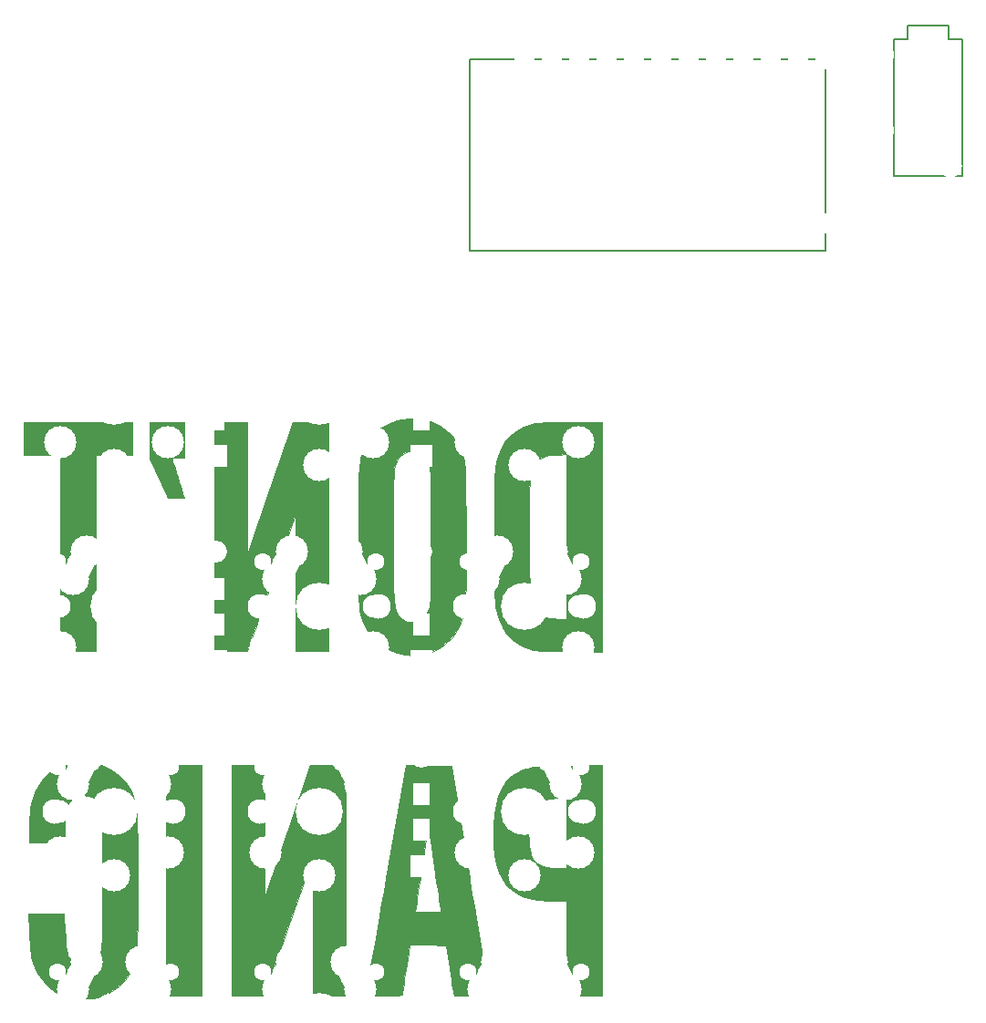
<source format=gbr>
G04 #@! TF.GenerationSoftware,KiCad,Pcbnew,5.0.2-bee76a0~70~ubuntu18.04.1*
G04 #@! TF.CreationDate,2018-12-29T23:15:22+09:00*
G04 #@! TF.ProjectId,ergo42,6572676f-3432-42e6-9b69-6361645f7063,1.0.0-alpha*
G04 #@! TF.SameCoordinates,Original*
G04 #@! TF.FileFunction,Legend,Bot*
G04 #@! TF.FilePolarity,Positive*
%FSLAX46Y46*%
G04 Gerber Fmt 4.6, Leading zero omitted, Abs format (unit mm)*
G04 Created by KiCad (PCBNEW 5.0.2-bee76a0~70~ubuntu18.04.1) date 2018年12月29日 23時15分22秒*
%MOMM*%
%LPD*%
G01*
G04 APERTURE LIST*
%ADD10C,0.010000*%
%ADD11C,0.150000*%
%ADD12C,2.000000*%
%ADD13O,2.000000X2.000000*%
%ADD14C,2.300000*%
%ADD15C,1.600000*%
%ADD16C,3.000000*%
%ADD17C,2.400000*%
%ADD18C,2.400000*%
%ADD19C,4.387800*%
%ADD20C,2.101800*%
%ADD21C,1.924000*%
%ADD22C,5.400000*%
%ADD23R,1.924000X1.924000*%
%ADD24R,1.600000X2.000000*%
%ADD25R,2.000000X2.000000*%
%ADD26C,2.152600*%
G04 APERTURE END LIST*
D10*
G04 #@! TO.C,G\002A\002A\002A*
G36*
X119018010Y-107204466D02*
X118398518Y-107303116D01*
X117810806Y-107480216D01*
X117333889Y-107683941D01*
X116715625Y-108053692D01*
X116155984Y-108537484D01*
X115670948Y-109114843D01*
X115276500Y-109765295D01*
X114988622Y-110468366D01*
X114895528Y-110807500D01*
X114847649Y-111078266D01*
X114800642Y-111460585D01*
X114756704Y-111924901D01*
X114718033Y-112441663D01*
X114686826Y-112981317D01*
X114665283Y-113514310D01*
X114655600Y-114011088D01*
X114655462Y-114035417D01*
X114652778Y-114582222D01*
X117947194Y-114582222D01*
X117994642Y-113188750D01*
X118021028Y-112572043D01*
X118054113Y-112086268D01*
X118094817Y-111721365D01*
X118144058Y-111467275D01*
X118155555Y-111427100D01*
X118352305Y-110988942D01*
X118629306Y-110647292D01*
X118966198Y-110402770D01*
X119342620Y-110255997D01*
X119738214Y-110207594D01*
X120132617Y-110258181D01*
X120505472Y-110408380D01*
X120836416Y-110658812D01*
X121105091Y-111010096D01*
X121250945Y-111332715D01*
X121297588Y-111497247D01*
X121338448Y-111708850D01*
X121373765Y-111975609D01*
X121403778Y-112305609D01*
X121428728Y-112706935D01*
X121448856Y-113187669D01*
X121464402Y-113755897D01*
X121475604Y-114419704D01*
X121482705Y-115187173D01*
X121485944Y-116066389D01*
X121485560Y-117065436D01*
X121481795Y-118192399D01*
X121477807Y-118969502D01*
X121471852Y-119997334D01*
X121466031Y-120894221D01*
X121459653Y-121670327D01*
X121452030Y-122335815D01*
X121442468Y-122900850D01*
X121430279Y-123375596D01*
X121414770Y-123770215D01*
X121395251Y-124094872D01*
X121371032Y-124359731D01*
X121341421Y-124574956D01*
X121305729Y-124750710D01*
X121263263Y-124897157D01*
X121213334Y-125024460D01*
X121155250Y-125142785D01*
X121088321Y-125262294D01*
X121045100Y-125336289D01*
X120761150Y-125697832D01*
X120403803Y-125938868D01*
X119973359Y-126059210D01*
X119874985Y-126069038D01*
X119435589Y-126058612D01*
X119069794Y-125947736D01*
X118740174Y-125723049D01*
X118639248Y-125627961D01*
X118489024Y-125466725D01*
X118368634Y-125303741D01*
X118273803Y-125120396D01*
X118200254Y-124898080D01*
X118143713Y-124618179D01*
X118099904Y-124262082D01*
X118064551Y-123811178D01*
X118033380Y-123246854D01*
X118018432Y-122925417D01*
X117941831Y-121214444D01*
X114633486Y-121214444D01*
X114681439Y-122713750D01*
X114707644Y-123417039D01*
X114738605Y-123999666D01*
X114776762Y-124482061D01*
X114824554Y-124884656D01*
X114884421Y-125227879D01*
X114958804Y-125532161D01*
X115050142Y-125817932D01*
X115053175Y-125826447D01*
X115399556Y-126608670D01*
X115843818Y-127299202D01*
X116378233Y-127890690D01*
X116995074Y-128375780D01*
X117686613Y-128747121D01*
X118364669Y-128977531D01*
X118876018Y-129069644D01*
X119463189Y-129113146D01*
X120071765Y-129108118D01*
X120647326Y-129054639D01*
X121060873Y-128973542D01*
X121816211Y-128713780D01*
X122483573Y-128349119D01*
X123079015Y-127869125D01*
X123541726Y-127361232D01*
X123898585Y-126864477D01*
X124177417Y-126350890D01*
X124388429Y-125792138D01*
X124541825Y-125159889D01*
X124647811Y-124425807D01*
X124666722Y-124237799D01*
X124681332Y-124005272D01*
X124694365Y-123646090D01*
X124705822Y-123174698D01*
X124715703Y-122605544D01*
X124724006Y-121953074D01*
X124730734Y-121231734D01*
X124735885Y-120455971D01*
X124739459Y-119640232D01*
X124741457Y-118798963D01*
X124741878Y-117946611D01*
X124740723Y-117097622D01*
X124737991Y-116266443D01*
X124733682Y-115467521D01*
X124727798Y-114715301D01*
X124720336Y-114024231D01*
X124711298Y-113408757D01*
X124700684Y-112883326D01*
X124688493Y-112462384D01*
X124674725Y-112160378D01*
X124666722Y-112052756D01*
X124569817Y-111284100D01*
X124427575Y-110625782D01*
X124228709Y-110051198D01*
X123961929Y-109533744D01*
X123615945Y-109046817D01*
X123191303Y-108575777D01*
X122611271Y-108060625D01*
X122003966Y-107670605D01*
X121350389Y-107398051D01*
X120631546Y-107235294D01*
X119828438Y-107174668D01*
X119717781Y-107173889D01*
X119018010Y-107204466D01*
X119018010Y-107204466D01*
G37*
X119018010Y-107204466D02*
X118398518Y-107303116D01*
X117810806Y-107480216D01*
X117333889Y-107683941D01*
X116715625Y-108053692D01*
X116155984Y-108537484D01*
X115670948Y-109114843D01*
X115276500Y-109765295D01*
X114988622Y-110468366D01*
X114895528Y-110807500D01*
X114847649Y-111078266D01*
X114800642Y-111460585D01*
X114756704Y-111924901D01*
X114718033Y-112441663D01*
X114686826Y-112981317D01*
X114665283Y-113514310D01*
X114655600Y-114011088D01*
X114655462Y-114035417D01*
X114652778Y-114582222D01*
X117947194Y-114582222D01*
X117994642Y-113188750D01*
X118021028Y-112572043D01*
X118054113Y-112086268D01*
X118094817Y-111721365D01*
X118144058Y-111467275D01*
X118155555Y-111427100D01*
X118352305Y-110988942D01*
X118629306Y-110647292D01*
X118966198Y-110402770D01*
X119342620Y-110255997D01*
X119738214Y-110207594D01*
X120132617Y-110258181D01*
X120505472Y-110408380D01*
X120836416Y-110658812D01*
X121105091Y-111010096D01*
X121250945Y-111332715D01*
X121297588Y-111497247D01*
X121338448Y-111708850D01*
X121373765Y-111975609D01*
X121403778Y-112305609D01*
X121428728Y-112706935D01*
X121448856Y-113187669D01*
X121464402Y-113755897D01*
X121475604Y-114419704D01*
X121482705Y-115187173D01*
X121485944Y-116066389D01*
X121485560Y-117065436D01*
X121481795Y-118192399D01*
X121477807Y-118969502D01*
X121471852Y-119997334D01*
X121466031Y-120894221D01*
X121459653Y-121670327D01*
X121452030Y-122335815D01*
X121442468Y-122900850D01*
X121430279Y-123375596D01*
X121414770Y-123770215D01*
X121395251Y-124094872D01*
X121371032Y-124359731D01*
X121341421Y-124574956D01*
X121305729Y-124750710D01*
X121263263Y-124897157D01*
X121213334Y-125024460D01*
X121155250Y-125142785D01*
X121088321Y-125262294D01*
X121045100Y-125336289D01*
X120761150Y-125697832D01*
X120403803Y-125938868D01*
X119973359Y-126059210D01*
X119874985Y-126069038D01*
X119435589Y-126058612D01*
X119069794Y-125947736D01*
X118740174Y-125723049D01*
X118639248Y-125627961D01*
X118489024Y-125466725D01*
X118368634Y-125303741D01*
X118273803Y-125120396D01*
X118200254Y-124898080D01*
X118143713Y-124618179D01*
X118099904Y-124262082D01*
X118064551Y-123811178D01*
X118033380Y-123246854D01*
X118018432Y-122925417D01*
X117941831Y-121214444D01*
X114633486Y-121214444D01*
X114681439Y-122713750D01*
X114707644Y-123417039D01*
X114738605Y-123999666D01*
X114776762Y-124482061D01*
X114824554Y-124884656D01*
X114884421Y-125227879D01*
X114958804Y-125532161D01*
X115050142Y-125817932D01*
X115053175Y-125826447D01*
X115399556Y-126608670D01*
X115843818Y-127299202D01*
X116378233Y-127890690D01*
X116995074Y-128375780D01*
X117686613Y-128747121D01*
X118364669Y-128977531D01*
X118876018Y-129069644D01*
X119463189Y-129113146D01*
X120071765Y-129108118D01*
X120647326Y-129054639D01*
X121060873Y-128973542D01*
X121816211Y-128713780D01*
X122483573Y-128349119D01*
X123079015Y-127869125D01*
X123541726Y-127361232D01*
X123898585Y-126864477D01*
X124177417Y-126350890D01*
X124388429Y-125792138D01*
X124541825Y-125159889D01*
X124647811Y-124425807D01*
X124666722Y-124237799D01*
X124681332Y-124005272D01*
X124694365Y-123646090D01*
X124705822Y-123174698D01*
X124715703Y-122605544D01*
X124724006Y-121953074D01*
X124730734Y-121231734D01*
X124735885Y-120455971D01*
X124739459Y-119640232D01*
X124741457Y-118798963D01*
X124741878Y-117946611D01*
X124740723Y-117097622D01*
X124737991Y-116266443D01*
X124733682Y-115467521D01*
X124727798Y-114715301D01*
X124720336Y-114024231D01*
X124711298Y-113408757D01*
X124700684Y-112883326D01*
X124688493Y-112462384D01*
X124674725Y-112160378D01*
X124666722Y-112052756D01*
X124569817Y-111284100D01*
X124427575Y-110625782D01*
X124228709Y-110051198D01*
X123961929Y-109533744D01*
X123615945Y-109046817D01*
X123191303Y-108575777D01*
X122611271Y-108060625D01*
X122003966Y-107670605D01*
X121350389Y-107398051D01*
X120631546Y-107235294D01*
X119828438Y-107174668D01*
X119717781Y-107173889D01*
X119018010Y-107204466D01*
G36*
X164870694Y-107476605D02*
X164076713Y-107486360D01*
X163408288Y-107497260D01*
X162849862Y-107510746D01*
X162385880Y-107528259D01*
X162000788Y-107551243D01*
X161679028Y-107581137D01*
X161405047Y-107619385D01*
X161163287Y-107667428D01*
X160938195Y-107726707D01*
X160714214Y-107798665D01*
X160478611Y-107883691D01*
X159865737Y-108172190D01*
X159335450Y-108551993D01*
X158885742Y-109027392D01*
X158514604Y-109602678D01*
X158220030Y-110282144D01*
X158000012Y-111070080D01*
X157852543Y-111970780D01*
X157775614Y-112988534D01*
X157762463Y-113690115D01*
X157793587Y-114791803D01*
X157888641Y-115771294D01*
X158051220Y-116633951D01*
X158284916Y-117385137D01*
X158593325Y-118030215D01*
X158980040Y-118574549D01*
X159448656Y-119023503D01*
X160002767Y-119382439D01*
X160645966Y-119656723D01*
X161381848Y-119851716D01*
X161953089Y-119943787D01*
X162243883Y-119970776D01*
X162627987Y-119993070D01*
X163057620Y-120008510D01*
X163485005Y-120014936D01*
X163528288Y-120015000D01*
X164535556Y-120015000D01*
X164535556Y-128834444D01*
X167851667Y-128834444D01*
X167851667Y-116981111D01*
X164535556Y-116981111D01*
X163804352Y-116981111D01*
X163447043Y-116973883D01*
X163096254Y-116954498D01*
X162805382Y-116926404D01*
X162695568Y-116909504D01*
X162178186Y-116757553D01*
X161768070Y-116515945D01*
X161459969Y-116180186D01*
X161248632Y-115745777D01*
X161216454Y-115642991D01*
X161146331Y-115311170D01*
X161091590Y-114876860D01*
X161054324Y-114378055D01*
X161036626Y-113852749D01*
X161040586Y-113338939D01*
X161065617Y-112903860D01*
X161148115Y-112262677D01*
X161278359Y-111739118D01*
X161468365Y-111322890D01*
X161730146Y-111003703D01*
X162075717Y-110771263D01*
X162517093Y-110615281D01*
X163066287Y-110525464D01*
X163735313Y-110491521D01*
X163882917Y-110490533D01*
X164535556Y-110490000D01*
X164535556Y-116981111D01*
X167851667Y-116981111D01*
X167851667Y-107443183D01*
X164870694Y-107476605D01*
X164870694Y-107476605D01*
G37*
X164870694Y-107476605D02*
X164076713Y-107486360D01*
X163408288Y-107497260D01*
X162849862Y-107510746D01*
X162385880Y-107528259D01*
X162000788Y-107551243D01*
X161679028Y-107581137D01*
X161405047Y-107619385D01*
X161163287Y-107667428D01*
X160938195Y-107726707D01*
X160714214Y-107798665D01*
X160478611Y-107883691D01*
X159865737Y-108172190D01*
X159335450Y-108551993D01*
X158885742Y-109027392D01*
X158514604Y-109602678D01*
X158220030Y-110282144D01*
X158000012Y-111070080D01*
X157852543Y-111970780D01*
X157775614Y-112988534D01*
X157762463Y-113690115D01*
X157793587Y-114791803D01*
X157888641Y-115771294D01*
X158051220Y-116633951D01*
X158284916Y-117385137D01*
X158593325Y-118030215D01*
X158980040Y-118574549D01*
X159448656Y-119023503D01*
X160002767Y-119382439D01*
X160645966Y-119656723D01*
X161381848Y-119851716D01*
X161953089Y-119943787D01*
X162243883Y-119970776D01*
X162627987Y-119993070D01*
X163057620Y-120008510D01*
X163485005Y-120014936D01*
X163528288Y-120015000D01*
X164535556Y-120015000D01*
X164535556Y-128834444D01*
X167851667Y-128834444D01*
X167851667Y-116981111D01*
X164535556Y-116981111D01*
X163804352Y-116981111D01*
X163447043Y-116973883D01*
X163096254Y-116954498D01*
X162805382Y-116926404D01*
X162695568Y-116909504D01*
X162178186Y-116757553D01*
X161768070Y-116515945D01*
X161459969Y-116180186D01*
X161248632Y-115745777D01*
X161216454Y-115642991D01*
X161146331Y-115311170D01*
X161091590Y-114876860D01*
X161054324Y-114378055D01*
X161036626Y-113852749D01*
X161040586Y-113338939D01*
X161065617Y-112903860D01*
X161148115Y-112262677D01*
X161278359Y-111739118D01*
X161468365Y-111322890D01*
X161730146Y-111003703D01*
X162075717Y-110771263D01*
X162517093Y-110615281D01*
X163066287Y-110525464D01*
X163735313Y-110491521D01*
X163882917Y-110490533D01*
X164535556Y-110490000D01*
X164535556Y-116981111D01*
X167851667Y-116981111D01*
X167851667Y-107443183D01*
X164870694Y-107476605D01*
G36*
X147790162Y-117950572D02*
X147581724Y-119150574D01*
X147379527Y-120314371D01*
X147184922Y-121434202D01*
X146999260Y-122502304D01*
X146823891Y-123510915D01*
X146660166Y-124452274D01*
X146509437Y-125318619D01*
X146373054Y-126102187D01*
X146252367Y-126795216D01*
X146148728Y-127389945D01*
X146063487Y-127878611D01*
X145997996Y-128253453D01*
X145953604Y-128506709D01*
X145931662Y-128630616D01*
X145929854Y-128640417D01*
X145892439Y-128834444D01*
X147593997Y-128834444D01*
X148187722Y-128832000D01*
X148647160Y-128824462D01*
X148979052Y-128811521D01*
X149190141Y-128792870D01*
X149287171Y-128768200D01*
X149295556Y-128756618D01*
X149306101Y-128670286D01*
X149336008Y-128461720D01*
X149382684Y-128148078D01*
X149443538Y-127746520D01*
X149515976Y-127274204D01*
X149597407Y-126748289D01*
X149648333Y-126421636D01*
X149733644Y-125874911D01*
X149811523Y-125374096D01*
X149879397Y-124935880D01*
X149934692Y-124576953D01*
X149974833Y-124314006D01*
X149997245Y-124163730D01*
X150001111Y-124134574D01*
X150068428Y-124126956D01*
X150257457Y-124121619D01*
X150548816Y-124118689D01*
X150923123Y-124118293D01*
X151360994Y-124120559D01*
X151676293Y-124123584D01*
X153351474Y-124142500D01*
X153682722Y-126259167D01*
X153767584Y-126799988D01*
X153847267Y-127305065D01*
X153918664Y-127754926D01*
X153978670Y-128130097D01*
X154024181Y-128411105D01*
X154052090Y-128578479D01*
X154056849Y-128605139D01*
X154099728Y-128834444D01*
X157330017Y-128834444D01*
X157292263Y-128605139D01*
X157276709Y-128510157D01*
X157239678Y-128283748D01*
X157182450Y-127933749D01*
X157106308Y-127467998D01*
X157012532Y-126894331D01*
X156902402Y-126220586D01*
X156777200Y-125454600D01*
X156638207Y-124604210D01*
X156486704Y-123677252D01*
X156323972Y-122681565D01*
X156151291Y-121624984D01*
X156061135Y-121073333D01*
X152909187Y-121073333D01*
X150483788Y-121073333D01*
X150523008Y-120879306D01*
X150540628Y-120774267D01*
X150576956Y-120543170D01*
X150629938Y-120199535D01*
X150697522Y-119756877D01*
X150777654Y-119228716D01*
X150868280Y-118628570D01*
X150967347Y-117969956D01*
X151072800Y-117266392D01*
X151131269Y-116875278D01*
X151238444Y-116158544D01*
X151339587Y-115483797D01*
X151432751Y-114863926D01*
X151515985Y-114311820D01*
X151587340Y-113840366D01*
X151644869Y-113462454D01*
X151686622Y-113190973D01*
X151710650Y-113038810D01*
X151715672Y-113010393D01*
X151728092Y-113067800D01*
X151758313Y-113252661D01*
X151804518Y-113552691D01*
X151864894Y-113955602D01*
X151937626Y-114449109D01*
X152020900Y-115020924D01*
X152112900Y-115658760D01*
X152211812Y-116350332D01*
X152283602Y-116855671D01*
X152387226Y-117585341D01*
X152485814Y-118276209D01*
X152577449Y-118915066D01*
X152660213Y-119488706D01*
X152732191Y-119983920D01*
X152791465Y-120387501D01*
X152836119Y-120686243D01*
X152864235Y-120866936D01*
X152872678Y-120914583D01*
X152909187Y-121073333D01*
X156061135Y-121073333D01*
X155969942Y-120515348D01*
X155781208Y-119360493D01*
X155586368Y-118168257D01*
X155548021Y-117933611D01*
X153841533Y-107491389D01*
X151727294Y-107473072D01*
X149613056Y-107454756D01*
X147790162Y-117950572D01*
X147790162Y-117950572D01*
G37*
X147790162Y-117950572D02*
X147581724Y-119150574D01*
X147379527Y-120314371D01*
X147184922Y-121434202D01*
X146999260Y-122502304D01*
X146823891Y-123510915D01*
X146660166Y-124452274D01*
X146509437Y-125318619D01*
X146373054Y-126102187D01*
X146252367Y-126795216D01*
X146148728Y-127389945D01*
X146063487Y-127878611D01*
X145997996Y-128253453D01*
X145953604Y-128506709D01*
X145931662Y-128630616D01*
X145929854Y-128640417D01*
X145892439Y-128834444D01*
X147593997Y-128834444D01*
X148187722Y-128832000D01*
X148647160Y-128824462D01*
X148979052Y-128811521D01*
X149190141Y-128792870D01*
X149287171Y-128768200D01*
X149295556Y-128756618D01*
X149306101Y-128670286D01*
X149336008Y-128461720D01*
X149382684Y-128148078D01*
X149443538Y-127746520D01*
X149515976Y-127274204D01*
X149597407Y-126748289D01*
X149648333Y-126421636D01*
X149733644Y-125874911D01*
X149811523Y-125374096D01*
X149879397Y-124935880D01*
X149934692Y-124576953D01*
X149974833Y-124314006D01*
X149997245Y-124163730D01*
X150001111Y-124134574D01*
X150068428Y-124126956D01*
X150257457Y-124121619D01*
X150548816Y-124118689D01*
X150923123Y-124118293D01*
X151360994Y-124120559D01*
X151676293Y-124123584D01*
X153351474Y-124142500D01*
X153682722Y-126259167D01*
X153767584Y-126799988D01*
X153847267Y-127305065D01*
X153918664Y-127754926D01*
X153978670Y-128130097D01*
X154024181Y-128411105D01*
X154052090Y-128578479D01*
X154056849Y-128605139D01*
X154099728Y-128834444D01*
X157330017Y-128834444D01*
X157292263Y-128605139D01*
X157276709Y-128510157D01*
X157239678Y-128283748D01*
X157182450Y-127933749D01*
X157106308Y-127467998D01*
X157012532Y-126894331D01*
X156902402Y-126220586D01*
X156777200Y-125454600D01*
X156638207Y-124604210D01*
X156486704Y-123677252D01*
X156323972Y-122681565D01*
X156151291Y-121624984D01*
X156061135Y-121073333D01*
X152909187Y-121073333D01*
X150483788Y-121073333D01*
X150523008Y-120879306D01*
X150540628Y-120774267D01*
X150576956Y-120543170D01*
X150629938Y-120199535D01*
X150697522Y-119756877D01*
X150777654Y-119228716D01*
X150868280Y-118628570D01*
X150967347Y-117969956D01*
X151072800Y-117266392D01*
X151131269Y-116875278D01*
X151238444Y-116158544D01*
X151339587Y-115483797D01*
X151432751Y-114863926D01*
X151515985Y-114311820D01*
X151587340Y-113840366D01*
X151644869Y-113462454D01*
X151686622Y-113190973D01*
X151710650Y-113038810D01*
X151715672Y-113010393D01*
X151728092Y-113067800D01*
X151758313Y-113252661D01*
X151804518Y-113552691D01*
X151864894Y-113955602D01*
X151937626Y-114449109D01*
X152020900Y-115020924D01*
X152112900Y-115658760D01*
X152211812Y-116350332D01*
X152283602Y-116855671D01*
X152387226Y-117585341D01*
X152485814Y-118276209D01*
X152577449Y-118915066D01*
X152660213Y-119488706D01*
X152732191Y-119983920D01*
X152791465Y-120387501D01*
X152836119Y-120686243D01*
X152864235Y-120866936D01*
X152872678Y-120914583D01*
X152909187Y-121073333D01*
X156061135Y-121073333D01*
X155969942Y-120515348D01*
X155781208Y-119360493D01*
X155586368Y-118168257D01*
X155548021Y-117933611D01*
X153841533Y-107491389D01*
X151727294Y-107473072D01*
X149613056Y-107454756D01*
X147790162Y-117950572D01*
G36*
X133491111Y-128834444D02*
X136497780Y-128834444D01*
X138766316Y-122396250D01*
X141034853Y-115958056D01*
X141037704Y-122396250D01*
X141040556Y-128834444D01*
X144074444Y-128834444D01*
X144074444Y-107456111D01*
X142434028Y-107457497D01*
X140793611Y-107458882D01*
X138676944Y-113594406D01*
X136560278Y-119729930D01*
X136542251Y-113593020D01*
X136524225Y-107456111D01*
X133491111Y-107456111D01*
X133491111Y-128834444D01*
X133491111Y-128834444D01*
G37*
X133491111Y-128834444D02*
X136497780Y-128834444D01*
X138766316Y-122396250D01*
X141034853Y-115958056D01*
X141037704Y-122396250D01*
X141040556Y-128834444D01*
X144074444Y-128834444D01*
X144074444Y-107456111D01*
X142434028Y-107457497D01*
X140793611Y-107458882D01*
X138676944Y-113594406D01*
X136560278Y-119729930D01*
X136542251Y-113593020D01*
X136524225Y-107456111D01*
X133491111Y-107456111D01*
X133491111Y-128834444D01*
G36*
X127423333Y-128834444D02*
X130668889Y-128834444D01*
X130668889Y-107456111D01*
X127423333Y-107456111D01*
X127423333Y-128834444D01*
X127423333Y-128834444D01*
G37*
X127423333Y-128834444D02*
X130668889Y-128834444D01*
X130668889Y-107456111D01*
X127423333Y-107456111D01*
X127423333Y-128834444D01*
G36*
X149333342Y-75297889D02*
X148823246Y-75408007D01*
X148804153Y-75413881D01*
X148015702Y-75719607D01*
X147333332Y-76114540D01*
X146748204Y-76606000D01*
X146251478Y-77201309D01*
X145864209Y-77848485D01*
X145755712Y-78068262D01*
X145659413Y-78284337D01*
X145574645Y-78506024D01*
X145500740Y-78742637D01*
X145437032Y-79003489D01*
X145382854Y-79297893D01*
X145337538Y-79635162D01*
X145300419Y-80024611D01*
X145270830Y-80475552D01*
X145248102Y-80997300D01*
X145231570Y-81599167D01*
X145220567Y-82290467D01*
X145214425Y-83080513D01*
X145212479Y-83978620D01*
X145214060Y-84994099D01*
X145218502Y-86136266D01*
X145221906Y-86818611D01*
X145227739Y-87873215D01*
X145233578Y-88796504D01*
X145239652Y-89598275D01*
X145246188Y-90288324D01*
X145253416Y-90876449D01*
X145261563Y-91372445D01*
X145270858Y-91786109D01*
X145281528Y-92127237D01*
X145293804Y-92405626D01*
X145307911Y-92631072D01*
X145324080Y-92813372D01*
X145342538Y-92962322D01*
X145363513Y-93087719D01*
X145368602Y-93113688D01*
X145603037Y-93978887D01*
X145938729Y-94745893D01*
X146375937Y-95415058D01*
X146914918Y-95986736D01*
X147555932Y-96461279D01*
X147990278Y-96699847D01*
X148778425Y-97007472D01*
X149600706Y-97180981D01*
X150441755Y-97218403D01*
X151271253Y-97120772D01*
X152040665Y-96897446D01*
X152752980Y-96552215D01*
X153395137Y-96097215D01*
X153954076Y-95544581D01*
X154416733Y-94906446D01*
X154770049Y-94194945D01*
X154928174Y-93723340D01*
X154979888Y-93527140D01*
X155025420Y-93328446D01*
X155065104Y-93117581D01*
X155099277Y-92884868D01*
X155128275Y-92620634D01*
X155152432Y-92315200D01*
X155172086Y-91958893D01*
X155187572Y-91542035D01*
X155199225Y-91054951D01*
X155207381Y-90487965D01*
X155212377Y-89831401D01*
X155214547Y-89075583D01*
X155214228Y-88210836D01*
X155211756Y-87227484D01*
X155207537Y-86134267D01*
X151941389Y-86134267D01*
X151941389Y-86183611D01*
X151941209Y-87264306D01*
X151940553Y-88213205D01*
X151939250Y-89039626D01*
X151937126Y-89752885D01*
X151934010Y-90362297D01*
X151929729Y-90877178D01*
X151924110Y-91306845D01*
X151916982Y-91660613D01*
X151908172Y-91947799D01*
X151897507Y-92177719D01*
X151884816Y-92359688D01*
X151869925Y-92503023D01*
X151852663Y-92617040D01*
X151832856Y-92711055D01*
X151819666Y-92761785D01*
X151622284Y-93280851D01*
X151348209Y-93683269D01*
X150994108Y-93972933D01*
X150652759Y-94125523D01*
X150401799Y-94163966D01*
X150086458Y-94156501D01*
X149773640Y-94108962D01*
X149531333Y-94027746D01*
X149202220Y-93807896D01*
X148945275Y-93518301D01*
X148753060Y-93143493D01*
X148618134Y-92668006D01*
X148533056Y-92076370D01*
X148519989Y-91925241D01*
X148506850Y-91680017D01*
X148495180Y-91311125D01*
X148484980Y-90833396D01*
X148476250Y-90261659D01*
X148468990Y-89610746D01*
X148463201Y-88895486D01*
X148458882Y-88130711D01*
X148456034Y-87331250D01*
X148454658Y-86511934D01*
X148454753Y-85687594D01*
X148456320Y-84873060D01*
X148459358Y-84083162D01*
X148463869Y-83332731D01*
X148469852Y-82636597D01*
X148477308Y-82009591D01*
X148486236Y-81466543D01*
X148496638Y-81022284D01*
X148508512Y-80691643D01*
X148519810Y-80510510D01*
X148579516Y-79993372D01*
X148660459Y-79588060D01*
X148772907Y-79265715D01*
X148927127Y-78997479D01*
X149133388Y-78754493D01*
X149150927Y-78736798D01*
X149521970Y-78446666D01*
X149919830Y-78294313D01*
X150350453Y-78277961D01*
X150559378Y-78315185D01*
X150987296Y-78477495D01*
X151333201Y-78743626D01*
X151604871Y-79121728D01*
X151810083Y-79619948D01*
X151812570Y-79627972D01*
X151835151Y-79707808D01*
X151854938Y-79797793D01*
X151872116Y-79907251D01*
X151886867Y-80045509D01*
X151899375Y-80221892D01*
X151909823Y-80445725D01*
X151918394Y-80726336D01*
X151925271Y-81073049D01*
X151930639Y-81495190D01*
X151934679Y-82002085D01*
X151937575Y-82603060D01*
X151939511Y-83307439D01*
X151940670Y-84124550D01*
X151941235Y-85063717D01*
X151941389Y-86134267D01*
X155207537Y-86134267D01*
X155207465Y-86115850D01*
X155205734Y-85725000D01*
X155200830Y-84667147D01*
X155196165Y-83740557D01*
X155191479Y-82935383D01*
X155186513Y-82241777D01*
X155181008Y-81649891D01*
X155174706Y-81149879D01*
X155167345Y-80731894D01*
X155158669Y-80386087D01*
X155148417Y-80102612D01*
X155136331Y-79871621D01*
X155122152Y-79683267D01*
X155105619Y-79527702D01*
X155086475Y-79395080D01*
X155064461Y-79275552D01*
X155039316Y-79159272D01*
X155032164Y-79128056D01*
X154774399Y-78286981D01*
X154411719Y-77539665D01*
X153945723Y-76887848D01*
X153378007Y-76333272D01*
X152710170Y-75877677D01*
X151943810Y-75522804D01*
X151623889Y-75413729D01*
X151116231Y-75301317D01*
X150531086Y-75244541D01*
X149919706Y-75243400D01*
X149333342Y-75297889D01*
X149333342Y-75297889D01*
G37*
X149333342Y-75297889D02*
X148823246Y-75408007D01*
X148804153Y-75413881D01*
X148015702Y-75719607D01*
X147333332Y-76114540D01*
X146748204Y-76606000D01*
X146251478Y-77201309D01*
X145864209Y-77848485D01*
X145755712Y-78068262D01*
X145659413Y-78284337D01*
X145574645Y-78506024D01*
X145500740Y-78742637D01*
X145437032Y-79003489D01*
X145382854Y-79297893D01*
X145337538Y-79635162D01*
X145300419Y-80024611D01*
X145270830Y-80475552D01*
X145248102Y-80997300D01*
X145231570Y-81599167D01*
X145220567Y-82290467D01*
X145214425Y-83080513D01*
X145212479Y-83978620D01*
X145214060Y-84994099D01*
X145218502Y-86136266D01*
X145221906Y-86818611D01*
X145227739Y-87873215D01*
X145233578Y-88796504D01*
X145239652Y-89598275D01*
X145246188Y-90288324D01*
X145253416Y-90876449D01*
X145261563Y-91372445D01*
X145270858Y-91786109D01*
X145281528Y-92127237D01*
X145293804Y-92405626D01*
X145307911Y-92631072D01*
X145324080Y-92813372D01*
X145342538Y-92962322D01*
X145363513Y-93087719D01*
X145368602Y-93113688D01*
X145603037Y-93978887D01*
X145938729Y-94745893D01*
X146375937Y-95415058D01*
X146914918Y-95986736D01*
X147555932Y-96461279D01*
X147990278Y-96699847D01*
X148778425Y-97007472D01*
X149600706Y-97180981D01*
X150441755Y-97218403D01*
X151271253Y-97120772D01*
X152040665Y-96897446D01*
X152752980Y-96552215D01*
X153395137Y-96097215D01*
X153954076Y-95544581D01*
X154416733Y-94906446D01*
X154770049Y-94194945D01*
X154928174Y-93723340D01*
X154979888Y-93527140D01*
X155025420Y-93328446D01*
X155065104Y-93117581D01*
X155099277Y-92884868D01*
X155128275Y-92620634D01*
X155152432Y-92315200D01*
X155172086Y-91958893D01*
X155187572Y-91542035D01*
X155199225Y-91054951D01*
X155207381Y-90487965D01*
X155212377Y-89831401D01*
X155214547Y-89075583D01*
X155214228Y-88210836D01*
X155211756Y-87227484D01*
X155207537Y-86134267D01*
X151941389Y-86134267D01*
X151941389Y-86183611D01*
X151941209Y-87264306D01*
X151940553Y-88213205D01*
X151939250Y-89039626D01*
X151937126Y-89752885D01*
X151934010Y-90362297D01*
X151929729Y-90877178D01*
X151924110Y-91306845D01*
X151916982Y-91660613D01*
X151908172Y-91947799D01*
X151897507Y-92177719D01*
X151884816Y-92359688D01*
X151869925Y-92503023D01*
X151852663Y-92617040D01*
X151832856Y-92711055D01*
X151819666Y-92761785D01*
X151622284Y-93280851D01*
X151348209Y-93683269D01*
X150994108Y-93972933D01*
X150652759Y-94125523D01*
X150401799Y-94163966D01*
X150086458Y-94156501D01*
X149773640Y-94108962D01*
X149531333Y-94027746D01*
X149202220Y-93807896D01*
X148945275Y-93518301D01*
X148753060Y-93143493D01*
X148618134Y-92668006D01*
X148533056Y-92076370D01*
X148519989Y-91925241D01*
X148506850Y-91680017D01*
X148495180Y-91311125D01*
X148484980Y-90833396D01*
X148476250Y-90261659D01*
X148468990Y-89610746D01*
X148463201Y-88895486D01*
X148458882Y-88130711D01*
X148456034Y-87331250D01*
X148454658Y-86511934D01*
X148454753Y-85687594D01*
X148456320Y-84873060D01*
X148459358Y-84083162D01*
X148463869Y-83332731D01*
X148469852Y-82636597D01*
X148477308Y-82009591D01*
X148486236Y-81466543D01*
X148496638Y-81022284D01*
X148508512Y-80691643D01*
X148519810Y-80510510D01*
X148579516Y-79993372D01*
X148660459Y-79588060D01*
X148772907Y-79265715D01*
X148927127Y-78997479D01*
X149133388Y-78754493D01*
X149150927Y-78736798D01*
X149521970Y-78446666D01*
X149919830Y-78294313D01*
X150350453Y-78277961D01*
X150559378Y-78315185D01*
X150987296Y-78477495D01*
X151333201Y-78743626D01*
X151604871Y-79121728D01*
X151810083Y-79619948D01*
X151812570Y-79627972D01*
X151835151Y-79707808D01*
X151854938Y-79797793D01*
X151872116Y-79907251D01*
X151886867Y-80045509D01*
X151899375Y-80221892D01*
X151909823Y-80445725D01*
X151918394Y-80726336D01*
X151925271Y-81073049D01*
X151930639Y-81495190D01*
X151934679Y-82002085D01*
X151937575Y-82603060D01*
X151939511Y-83307439D01*
X151940670Y-84124550D01*
X151941235Y-85063717D01*
X151941389Y-86134267D01*
X155207537Y-86134267D01*
X155207465Y-86115850D01*
X155205734Y-85725000D01*
X155200830Y-84667147D01*
X155196165Y-83740557D01*
X155191479Y-82935383D01*
X155186513Y-82241777D01*
X155181008Y-81649891D01*
X155174706Y-81149879D01*
X155167345Y-80731894D01*
X155158669Y-80386087D01*
X155148417Y-80102612D01*
X155136331Y-79871621D01*
X155122152Y-79683267D01*
X155105619Y-79527702D01*
X155086475Y-79395080D01*
X155064461Y-79275552D01*
X155039316Y-79159272D01*
X155032164Y-79128056D01*
X154774399Y-78286981D01*
X154411719Y-77539665D01*
X153945723Y-76887848D01*
X153378007Y-76333272D01*
X152710170Y-75877677D01*
X151943810Y-75522804D01*
X151623889Y-75413729D01*
X151116231Y-75301317D01*
X150531086Y-75244541D01*
X149919706Y-75243400D01*
X149333342Y-75297889D01*
G36*
X164835417Y-75582687D02*
X164084349Y-75590055D01*
X163460068Y-75597818D01*
X162948253Y-75606609D01*
X162534579Y-75617059D01*
X162204724Y-75629801D01*
X161944365Y-75645467D01*
X161739178Y-75664687D01*
X161574840Y-75688095D01*
X161437029Y-75716321D01*
X161360556Y-75735988D01*
X160580578Y-76016703D01*
X159894201Y-76402516D01*
X159304596Y-76890199D01*
X158814930Y-77476523D01*
X158428373Y-78158263D01*
X158148095Y-78932189D01*
X158120547Y-79035810D01*
X158068876Y-79246258D01*
X158023570Y-79454498D01*
X157984268Y-79670718D01*
X157950610Y-79905103D01*
X157922237Y-80167839D01*
X157898788Y-80469111D01*
X157879902Y-80819107D01*
X157865219Y-81228011D01*
X157854379Y-81706010D01*
X157847021Y-82263290D01*
X157842786Y-82910037D01*
X157841312Y-83656436D01*
X157842240Y-84512674D01*
X157845210Y-85488936D01*
X157849860Y-86595409D01*
X157850237Y-86677500D01*
X157855129Y-87712476D01*
X157859811Y-88616449D01*
X157864556Y-89399525D01*
X157869638Y-90071812D01*
X157875330Y-90643415D01*
X157881906Y-91124443D01*
X157889640Y-91525002D01*
X157898805Y-91855198D01*
X157909676Y-92125139D01*
X157922525Y-92344931D01*
X157937626Y-92524681D01*
X157955254Y-92674497D01*
X157975681Y-92804484D01*
X157999182Y-92924751D01*
X158022205Y-93028751D01*
X158266398Y-93875065D01*
X158588055Y-94606348D01*
X158992872Y-95229067D01*
X159486541Y-95749687D01*
X160074755Y-96174672D01*
X160763208Y-96510490D01*
X161231536Y-96673319D01*
X161362403Y-96711359D01*
X161490911Y-96742887D01*
X161631681Y-96768651D01*
X161799332Y-96789398D01*
X162008484Y-96805874D01*
X162273757Y-96818826D01*
X162609772Y-96829001D01*
X163031147Y-96837146D01*
X163552504Y-96844006D01*
X164188463Y-96850330D01*
X164800139Y-96855592D01*
X167851667Y-96880975D01*
X167851667Y-93838889D01*
X164535556Y-93838889D01*
X163777083Y-93836585D01*
X163311766Y-93823070D01*
X162953301Y-93783266D01*
X162669248Y-93713463D01*
X162653235Y-93708023D01*
X162197436Y-93505572D01*
X161843282Y-93239603D01*
X161584279Y-92926811D01*
X161499808Y-92801103D01*
X161426330Y-92683445D01*
X161363023Y-92563471D01*
X161309066Y-92430818D01*
X161263637Y-92275121D01*
X161225915Y-92086014D01*
X161195078Y-91853133D01*
X161170304Y-91566112D01*
X161150773Y-91214588D01*
X161135662Y-90788195D01*
X161124150Y-90276568D01*
X161115415Y-89669343D01*
X161108637Y-88956154D01*
X161102992Y-88126637D01*
X161097661Y-87170427D01*
X161095484Y-86760044D01*
X161090081Y-85634905D01*
X161087084Y-84641477D01*
X161087322Y-83770370D01*
X161091625Y-83012192D01*
X161100821Y-82357553D01*
X161115741Y-81797062D01*
X161137214Y-81321327D01*
X161166068Y-80920959D01*
X161203134Y-80586566D01*
X161249240Y-80308757D01*
X161305217Y-80078142D01*
X161371892Y-79885329D01*
X161450096Y-79720927D01*
X161540659Y-79575546D01*
X161644408Y-79439795D01*
X161753028Y-79314435D01*
X162011640Y-79061013D01*
X162283530Y-78875669D01*
X162597643Y-78747818D01*
X162982926Y-78666880D01*
X163468324Y-78622269D01*
X163671250Y-78613134D01*
X164535556Y-78581854D01*
X164535556Y-93838889D01*
X167851667Y-93838889D01*
X167851667Y-75555514D01*
X164835417Y-75582687D01*
X164835417Y-75582687D01*
G37*
X164835417Y-75582687D02*
X164084349Y-75590055D01*
X163460068Y-75597818D01*
X162948253Y-75606609D01*
X162534579Y-75617059D01*
X162204724Y-75629801D01*
X161944365Y-75645467D01*
X161739178Y-75664687D01*
X161574840Y-75688095D01*
X161437029Y-75716321D01*
X161360556Y-75735988D01*
X160580578Y-76016703D01*
X159894201Y-76402516D01*
X159304596Y-76890199D01*
X158814930Y-77476523D01*
X158428373Y-78158263D01*
X158148095Y-78932189D01*
X158120547Y-79035810D01*
X158068876Y-79246258D01*
X158023570Y-79454498D01*
X157984268Y-79670718D01*
X157950610Y-79905103D01*
X157922237Y-80167839D01*
X157898788Y-80469111D01*
X157879902Y-80819107D01*
X157865219Y-81228011D01*
X157854379Y-81706010D01*
X157847021Y-82263290D01*
X157842786Y-82910037D01*
X157841312Y-83656436D01*
X157842240Y-84512674D01*
X157845210Y-85488936D01*
X157849860Y-86595409D01*
X157850237Y-86677500D01*
X157855129Y-87712476D01*
X157859811Y-88616449D01*
X157864556Y-89399525D01*
X157869638Y-90071812D01*
X157875330Y-90643415D01*
X157881906Y-91124443D01*
X157889640Y-91525002D01*
X157898805Y-91855198D01*
X157909676Y-92125139D01*
X157922525Y-92344931D01*
X157937626Y-92524681D01*
X157955254Y-92674497D01*
X157975681Y-92804484D01*
X157999182Y-92924751D01*
X158022205Y-93028751D01*
X158266398Y-93875065D01*
X158588055Y-94606348D01*
X158992872Y-95229067D01*
X159486541Y-95749687D01*
X160074755Y-96174672D01*
X160763208Y-96510490D01*
X161231536Y-96673319D01*
X161362403Y-96711359D01*
X161490911Y-96742887D01*
X161631681Y-96768651D01*
X161799332Y-96789398D01*
X162008484Y-96805874D01*
X162273757Y-96818826D01*
X162609772Y-96829001D01*
X163031147Y-96837146D01*
X163552504Y-96844006D01*
X164188463Y-96850330D01*
X164800139Y-96855592D01*
X167851667Y-96880975D01*
X167851667Y-93838889D01*
X164535556Y-93838889D01*
X163777083Y-93836585D01*
X163311766Y-93823070D01*
X162953301Y-93783266D01*
X162669248Y-93713463D01*
X162653235Y-93708023D01*
X162197436Y-93505572D01*
X161843282Y-93239603D01*
X161584279Y-92926811D01*
X161499808Y-92801103D01*
X161426330Y-92683445D01*
X161363023Y-92563471D01*
X161309066Y-92430818D01*
X161263637Y-92275121D01*
X161225915Y-92086014D01*
X161195078Y-91853133D01*
X161170304Y-91566112D01*
X161150773Y-91214588D01*
X161135662Y-90788195D01*
X161124150Y-90276568D01*
X161115415Y-89669343D01*
X161108637Y-88956154D01*
X161102992Y-88126637D01*
X161097661Y-87170427D01*
X161095484Y-86760044D01*
X161090081Y-85634905D01*
X161087084Y-84641477D01*
X161087322Y-83770370D01*
X161091625Y-83012192D01*
X161100821Y-82357553D01*
X161115741Y-81797062D01*
X161137214Y-81321327D01*
X161166068Y-80920959D01*
X161203134Y-80586566D01*
X161249240Y-80308757D01*
X161305217Y-80078142D01*
X161371892Y-79885329D01*
X161450096Y-79720927D01*
X161540659Y-79575546D01*
X161644408Y-79439795D01*
X161753028Y-79314435D01*
X162011640Y-79061013D01*
X162283530Y-78875669D01*
X162597643Y-78747818D01*
X162982926Y-78666880D01*
X163468324Y-78622269D01*
X163671250Y-78613134D01*
X164535556Y-78581854D01*
X164535556Y-93838889D01*
X167851667Y-93838889D01*
X167851667Y-75555514D01*
X164835417Y-75582687D01*
G36*
X131868333Y-96872778D02*
X133373953Y-96872778D01*
X133871120Y-96872408D01*
X134245632Y-96870060D01*
X134515944Y-96863873D01*
X134700513Y-96851986D01*
X134817795Y-96832539D01*
X134886244Y-96803672D01*
X134924318Y-96763524D01*
X134948819Y-96714028D01*
X134981815Y-96625636D01*
X135058138Y-96413629D01*
X135174418Y-96087549D01*
X135327281Y-95656941D01*
X135513356Y-95131348D01*
X135729272Y-94520314D01*
X135971656Y-93833383D01*
X136237136Y-93080099D01*
X136522341Y-92270005D01*
X136823899Y-91412645D01*
X137138438Y-90517563D01*
X137200283Y-90341476D01*
X139382500Y-84127674D01*
X139418524Y-96872778D01*
X142451667Y-96872778D01*
X142451667Y-75565000D01*
X139170833Y-75567376D01*
X137054167Y-81702796D01*
X134937500Y-87838216D01*
X134919474Y-81701608D01*
X134901447Y-75565000D01*
X131868333Y-75565000D01*
X131868333Y-96872778D01*
X131868333Y-96872778D01*
G37*
X131868333Y-96872778D02*
X133373953Y-96872778D01*
X133871120Y-96872408D01*
X134245632Y-96870060D01*
X134515944Y-96863873D01*
X134700513Y-96851986D01*
X134817795Y-96832539D01*
X134886244Y-96803672D01*
X134924318Y-96763524D01*
X134948819Y-96714028D01*
X134981815Y-96625636D01*
X135058138Y-96413629D01*
X135174418Y-96087549D01*
X135327281Y-95656941D01*
X135513356Y-95131348D01*
X135729272Y-94520314D01*
X135971656Y-93833383D01*
X136237136Y-93080099D01*
X136522341Y-92270005D01*
X136823899Y-91412645D01*
X137138438Y-90517563D01*
X137200283Y-90341476D01*
X139382500Y-84127674D01*
X139418524Y-96872778D01*
X142451667Y-96872778D01*
X142451667Y-75565000D01*
X139170833Y-75567376D01*
X137054167Y-81702796D01*
X134937500Y-87838216D01*
X134919474Y-81701608D01*
X134901447Y-75565000D01*
X131868333Y-75565000D01*
X131868333Y-96872778D01*
G36*
X114158889Y-78598889D02*
X117545556Y-78598889D01*
X117545556Y-96872778D01*
X120861667Y-96872778D01*
X120861667Y-78598889D01*
X124248333Y-78598889D01*
X124248333Y-75565000D01*
X114158889Y-75565000D01*
X114158889Y-78598889D01*
X114158889Y-78598889D01*
G37*
X114158889Y-78598889D02*
X117545556Y-78598889D01*
X117545556Y-96872778D01*
X120861667Y-96872778D01*
X120861667Y-78598889D01*
X124248333Y-78598889D01*
X124248333Y-75565000D01*
X114158889Y-75565000D01*
X114158889Y-78598889D01*
G36*
X125871111Y-78956468D02*
X127512169Y-82620556D01*
X129038505Y-82620556D01*
X128930637Y-82257322D01*
X128882564Y-82096819D01*
X128802487Y-81830959D01*
X128698270Y-81485726D01*
X128577780Y-81087101D01*
X128448881Y-80661068D01*
X128319440Y-80233610D01*
X128197322Y-79830709D01*
X128090392Y-79478348D01*
X128006515Y-79202510D01*
X127953558Y-79029179D01*
X127945971Y-79004583D01*
X127940830Y-78943285D01*
X127989338Y-78906328D01*
X128117240Y-78887724D01*
X128350283Y-78881485D01*
X128476912Y-78881111D01*
X129046111Y-78881111D01*
X129046111Y-75565000D01*
X125871111Y-75565000D01*
X125871111Y-78956468D01*
X125871111Y-78956468D01*
G37*
X125871111Y-78956468D02*
X127512169Y-82620556D01*
X129038505Y-82620556D01*
X128930637Y-82257322D01*
X128882564Y-82096819D01*
X128802487Y-81830959D01*
X128698270Y-81485726D01*
X128577780Y-81087101D01*
X128448881Y-80661068D01*
X128319440Y-80233610D01*
X128197322Y-79830709D01*
X128090392Y-79478348D01*
X128006515Y-79202510D01*
X127953558Y-79029179D01*
X127945971Y-79004583D01*
X127940830Y-78943285D01*
X127989338Y-78906328D01*
X128117240Y-78887724D01*
X128350283Y-78881485D01*
X128476912Y-78881111D01*
X129046111Y-78881111D01*
X129046111Y-75565000D01*
X125871111Y-75565000D01*
X125871111Y-78956468D01*
D11*
G04 #@! TO.C,U3*
X155575000Y-59690000D02*
X155575000Y-41910000D01*
X155575000Y-41910000D02*
X188595000Y-41910000D01*
X188595000Y-41910000D02*
X188595000Y-59690000D01*
X188595000Y-59690000D02*
X155575000Y-59690000D01*
G04 #@! TO.C,J1*
X201295000Y-40005000D02*
X200025000Y-40005000D01*
X200025000Y-40005000D02*
X200025000Y-38735000D01*
X200025000Y-38735000D02*
X196215000Y-38735000D01*
X196215000Y-38735000D02*
X196215000Y-40005000D01*
X196215000Y-40005000D02*
X194945000Y-40005000D01*
X194945000Y-40005000D02*
X194945000Y-52705000D01*
X194945000Y-52705000D02*
X201295000Y-52705000D01*
X201295000Y-52705000D02*
X201295000Y-40005000D01*
G04 #@! TD*
%LPC*%
D12*
G04 #@! TO.C,R1*
X174625000Y-64135000D03*
D13*
X184785000Y-64135000D03*
G04 #@! TD*
D12*
G04 #@! TO.C,R2*
X193675000Y-64135000D03*
D13*
X203835000Y-64135000D03*
G04 #@! TD*
D14*
G04 #@! TO.C,SW1*
X78955000Y-73660000D03*
X89955000Y-73660000D03*
D15*
X79235000Y-69460000D03*
X89675000Y-69460000D03*
D16*
X89455000Y-77460000D03*
X79455000Y-77460000D03*
X84455000Y-79560000D03*
D17*
X81280000Y-69850000D03*
D18*
X81718371Y-68951206D02*
X80841629Y-70748794D01*
D16*
X88265000Y-71120000D03*
X86995000Y-68580000D03*
X81915000Y-68580000D03*
D19*
X84455000Y-73660000D03*
D20*
X79375000Y-73660000D03*
X89535000Y-73660000D03*
D16*
X80645000Y-71120000D03*
D17*
X87630000Y-69850000D03*
D18*
X87191629Y-68951206D02*
X88068371Y-70748794D01*
G04 #@! TD*
D14*
G04 #@! TO.C,SW2*
X78955000Y-92710000D03*
X89955000Y-92710000D03*
D15*
X79235000Y-88510000D03*
X89675000Y-88510000D03*
D16*
X89455000Y-96510000D03*
X79455000Y-96510000D03*
X84455000Y-98610000D03*
D17*
X81280000Y-88900000D03*
D18*
X81718371Y-88001206D02*
X80841629Y-89798794D01*
D16*
X88265000Y-90170000D03*
X86995000Y-87630000D03*
X81915000Y-87630000D03*
D19*
X84455000Y-92710000D03*
D20*
X79375000Y-92710000D03*
X89535000Y-92710000D03*
D16*
X80645000Y-90170000D03*
D17*
X87630000Y-88900000D03*
D18*
X87191629Y-88001206D02*
X88068371Y-89798794D01*
G04 #@! TD*
D14*
G04 #@! TO.C,SW3*
X78955000Y-111760000D03*
X89955000Y-111760000D03*
D15*
X79235000Y-107560000D03*
X89675000Y-107560000D03*
D16*
X89455000Y-115560000D03*
X79455000Y-115560000D03*
X84455000Y-117660000D03*
D17*
X81280000Y-107950000D03*
D18*
X81718371Y-107051206D02*
X80841629Y-108848794D01*
D16*
X88265000Y-109220000D03*
X86995000Y-106680000D03*
X81915000Y-106680000D03*
D19*
X84455000Y-111760000D03*
D20*
X79375000Y-111760000D03*
X89535000Y-111760000D03*
D16*
X80645000Y-109220000D03*
D17*
X87630000Y-107950000D03*
D18*
X87191629Y-107051206D02*
X88068371Y-108848794D01*
G04 #@! TD*
D14*
G04 #@! TO.C,SW4*
X78955000Y-130810000D03*
X89955000Y-130810000D03*
D15*
X79235000Y-126610000D03*
X89675000Y-126610000D03*
D16*
X89455000Y-134610000D03*
X79455000Y-134610000D03*
X84455000Y-136710000D03*
D17*
X81280000Y-127000000D03*
D18*
X81718371Y-126101206D02*
X80841629Y-127898794D01*
D16*
X88265000Y-128270000D03*
X86995000Y-125730000D03*
X81915000Y-125730000D03*
D19*
X84455000Y-130810000D03*
D20*
X79375000Y-130810000D03*
X89535000Y-130810000D03*
D16*
X80645000Y-128270000D03*
D17*
X87630000Y-127000000D03*
D18*
X87191629Y-126101206D02*
X88068371Y-127898794D01*
G04 #@! TD*
D14*
G04 #@! TO.C,SW5*
X98005000Y-73660000D03*
X109005000Y-73660000D03*
D15*
X98285000Y-69460000D03*
X108725000Y-69460000D03*
D16*
X108505000Y-77460000D03*
X98505000Y-77460000D03*
X103505000Y-79560000D03*
D17*
X100330000Y-69850000D03*
D18*
X100768371Y-68951206D02*
X99891629Y-70748794D01*
D16*
X107315000Y-71120000D03*
X106045000Y-68580000D03*
X100965000Y-68580000D03*
D19*
X103505000Y-73660000D03*
D20*
X98425000Y-73660000D03*
X108585000Y-73660000D03*
D16*
X99695000Y-71120000D03*
D17*
X106680000Y-69850000D03*
D18*
X106241629Y-68951206D02*
X107118371Y-70748794D01*
G04 #@! TD*
D14*
G04 #@! TO.C,SW6*
X98005000Y-92710000D03*
X109005000Y-92710000D03*
D15*
X98285000Y-88510000D03*
X108725000Y-88510000D03*
D16*
X108505000Y-96510000D03*
X98505000Y-96510000D03*
X103505000Y-98610000D03*
D17*
X100330000Y-88900000D03*
D18*
X100768371Y-88001206D02*
X99891629Y-89798794D01*
D16*
X107315000Y-90170000D03*
X106045000Y-87630000D03*
X100965000Y-87630000D03*
D19*
X103505000Y-92710000D03*
D20*
X98425000Y-92710000D03*
X108585000Y-92710000D03*
D16*
X99695000Y-90170000D03*
D17*
X106680000Y-88900000D03*
D18*
X106241629Y-88001206D02*
X107118371Y-89798794D01*
G04 #@! TD*
D14*
G04 #@! TO.C,SW7*
X98005000Y-111760000D03*
X109005000Y-111760000D03*
D15*
X98285000Y-107560000D03*
X108725000Y-107560000D03*
D16*
X108505000Y-115560000D03*
X98505000Y-115560000D03*
X103505000Y-117660000D03*
D17*
X100330000Y-107950000D03*
D18*
X100768371Y-107051206D02*
X99891629Y-108848794D01*
D16*
X107315000Y-109220000D03*
X106045000Y-106680000D03*
X100965000Y-106680000D03*
D19*
X103505000Y-111760000D03*
D20*
X98425000Y-111760000D03*
X108585000Y-111760000D03*
D16*
X99695000Y-109220000D03*
D17*
X106680000Y-107950000D03*
D18*
X106241629Y-107051206D02*
X107118371Y-108848794D01*
G04 #@! TD*
D14*
G04 #@! TO.C,SW8*
X98005000Y-130810000D03*
X109005000Y-130810000D03*
D15*
X98285000Y-126610000D03*
X108725000Y-126610000D03*
D16*
X108505000Y-134610000D03*
X98505000Y-134610000D03*
X103505000Y-136710000D03*
D17*
X100330000Y-127000000D03*
D18*
X100768371Y-126101206D02*
X99891629Y-127898794D01*
D16*
X107315000Y-128270000D03*
X106045000Y-125730000D03*
X100965000Y-125730000D03*
D19*
X103505000Y-130810000D03*
D20*
X98425000Y-130810000D03*
X108585000Y-130810000D03*
D16*
X99695000Y-128270000D03*
D17*
X106680000Y-127000000D03*
D18*
X106241629Y-126101206D02*
X107118371Y-127898794D01*
G04 #@! TD*
D14*
G04 #@! TO.C,SW9*
X117055000Y-73660000D03*
X128055000Y-73660000D03*
D15*
X117335000Y-69460000D03*
X127775000Y-69460000D03*
D16*
X127555000Y-77460000D03*
X117555000Y-77460000D03*
X122555000Y-79560000D03*
D17*
X119380000Y-69850000D03*
D18*
X119818371Y-68951206D02*
X118941629Y-70748794D01*
D16*
X126365000Y-71120000D03*
X125095000Y-68580000D03*
X120015000Y-68580000D03*
D19*
X122555000Y-73660000D03*
D20*
X117475000Y-73660000D03*
X127635000Y-73660000D03*
D16*
X118745000Y-71120000D03*
D17*
X125730000Y-69850000D03*
D18*
X125291629Y-68951206D02*
X126168371Y-70748794D01*
G04 #@! TD*
D14*
G04 #@! TO.C,SW10*
X117055000Y-92710000D03*
X128055000Y-92710000D03*
D15*
X117335000Y-88510000D03*
X127775000Y-88510000D03*
D16*
X127555000Y-96510000D03*
X117555000Y-96510000D03*
X122555000Y-98610000D03*
D17*
X119380000Y-88900000D03*
D18*
X119818371Y-88001206D02*
X118941629Y-89798794D01*
D16*
X126365000Y-90170000D03*
X125095000Y-87630000D03*
X120015000Y-87630000D03*
D19*
X122555000Y-92710000D03*
D20*
X117475000Y-92710000D03*
X127635000Y-92710000D03*
D16*
X118745000Y-90170000D03*
D17*
X125730000Y-88900000D03*
D18*
X125291629Y-88001206D02*
X126168371Y-89798794D01*
G04 #@! TD*
D14*
G04 #@! TO.C,SW11*
X117055000Y-111760000D03*
X128055000Y-111760000D03*
D15*
X117335000Y-107560000D03*
X127775000Y-107560000D03*
D16*
X127555000Y-115560000D03*
X117555000Y-115560000D03*
X122555000Y-117660000D03*
D17*
X119380000Y-107950000D03*
D18*
X119818371Y-107051206D02*
X118941629Y-108848794D01*
D16*
X126365000Y-109220000D03*
X125095000Y-106680000D03*
X120015000Y-106680000D03*
D19*
X122555000Y-111760000D03*
D20*
X117475000Y-111760000D03*
X127635000Y-111760000D03*
D16*
X118745000Y-109220000D03*
D17*
X125730000Y-107950000D03*
D18*
X125291629Y-107051206D02*
X126168371Y-108848794D01*
G04 #@! TD*
D14*
G04 #@! TO.C,SW12*
X117055000Y-130810000D03*
X128055000Y-130810000D03*
D15*
X117335000Y-126610000D03*
X127775000Y-126610000D03*
D16*
X127555000Y-134610000D03*
X117555000Y-134610000D03*
X122555000Y-136710000D03*
D17*
X119380000Y-127000000D03*
D18*
X119818371Y-126101206D02*
X118941629Y-127898794D01*
D16*
X126365000Y-128270000D03*
X125095000Y-125730000D03*
X120015000Y-125730000D03*
D19*
X122555000Y-130810000D03*
D20*
X117475000Y-130810000D03*
X127635000Y-130810000D03*
D16*
X118745000Y-128270000D03*
D17*
X125730000Y-127000000D03*
D18*
X125291629Y-126101206D02*
X126168371Y-127898794D01*
G04 #@! TD*
D14*
G04 #@! TO.C,SW13*
X136105000Y-73660000D03*
X147105000Y-73660000D03*
D15*
X136385000Y-69460000D03*
X146825000Y-69460000D03*
D16*
X146605000Y-77460000D03*
X136605000Y-77460000D03*
X141605000Y-79560000D03*
D17*
X138430000Y-69850000D03*
D18*
X138868371Y-68951206D02*
X137991629Y-70748794D01*
D16*
X145415000Y-71120000D03*
X144145000Y-68580000D03*
X139065000Y-68580000D03*
D19*
X141605000Y-73660000D03*
D20*
X136525000Y-73660000D03*
X146685000Y-73660000D03*
D16*
X137795000Y-71120000D03*
D17*
X144780000Y-69850000D03*
D18*
X144341629Y-68951206D02*
X145218371Y-70748794D01*
G04 #@! TD*
D14*
G04 #@! TO.C,SW14*
X136105000Y-92710000D03*
X147105000Y-92710000D03*
D15*
X136385000Y-88510000D03*
X146825000Y-88510000D03*
D16*
X146605000Y-96510000D03*
X136605000Y-96510000D03*
X141605000Y-98610000D03*
D17*
X138430000Y-88900000D03*
D18*
X138868371Y-88001206D02*
X137991629Y-89798794D01*
D16*
X145415000Y-90170000D03*
X144145000Y-87630000D03*
X139065000Y-87630000D03*
D19*
X141605000Y-92710000D03*
D20*
X136525000Y-92710000D03*
X146685000Y-92710000D03*
D16*
X137795000Y-90170000D03*
D17*
X144780000Y-88900000D03*
D18*
X144341629Y-88001206D02*
X145218371Y-89798794D01*
G04 #@! TD*
D14*
G04 #@! TO.C,SW15*
X136105000Y-111760000D03*
X147105000Y-111760000D03*
D15*
X136385000Y-107560000D03*
X146825000Y-107560000D03*
D16*
X146605000Y-115560000D03*
X136605000Y-115560000D03*
X141605000Y-117660000D03*
D17*
X138430000Y-107950000D03*
D18*
X138868371Y-107051206D02*
X137991629Y-108848794D01*
D16*
X145415000Y-109220000D03*
X144145000Y-106680000D03*
X139065000Y-106680000D03*
D19*
X141605000Y-111760000D03*
D20*
X136525000Y-111760000D03*
X146685000Y-111760000D03*
D16*
X137795000Y-109220000D03*
D17*
X144780000Y-107950000D03*
D18*
X144341629Y-107051206D02*
X145218371Y-108848794D01*
G04 #@! TD*
D14*
G04 #@! TO.C,SW16*
X136105000Y-130810000D03*
X147105000Y-130810000D03*
D15*
X136385000Y-126610000D03*
X146825000Y-126610000D03*
D16*
X146605000Y-134610000D03*
X136605000Y-134610000D03*
X141605000Y-136710000D03*
D17*
X138430000Y-127000000D03*
D18*
X138868371Y-126101206D02*
X137991629Y-127898794D01*
D16*
X145415000Y-128270000D03*
X144145000Y-125730000D03*
X139065000Y-125730000D03*
D19*
X141605000Y-130810000D03*
D20*
X136525000Y-130810000D03*
X146685000Y-130810000D03*
D16*
X137795000Y-128270000D03*
D17*
X144780000Y-127000000D03*
D18*
X144341629Y-126101206D02*
X145218371Y-127898794D01*
G04 #@! TD*
D14*
G04 #@! TO.C,SW17*
X155155000Y-73660000D03*
X166155000Y-73660000D03*
D15*
X155435000Y-69460000D03*
X165875000Y-69460000D03*
D16*
X165655000Y-77460000D03*
X155655000Y-77460000D03*
X160655000Y-79560000D03*
D17*
X157480000Y-69850000D03*
D18*
X157918371Y-68951206D02*
X157041629Y-70748794D01*
D16*
X164465000Y-71120000D03*
X163195000Y-68580000D03*
X158115000Y-68580000D03*
D19*
X160655000Y-73660000D03*
D20*
X155575000Y-73660000D03*
X165735000Y-73660000D03*
D16*
X156845000Y-71120000D03*
D17*
X163830000Y-69850000D03*
D18*
X163391629Y-68951206D02*
X164268371Y-70748794D01*
G04 #@! TD*
D14*
G04 #@! TO.C,SW18*
X155155000Y-92710000D03*
X166155000Y-92710000D03*
D15*
X155435000Y-88510000D03*
X165875000Y-88510000D03*
D16*
X165655000Y-96510000D03*
X155655000Y-96510000D03*
X160655000Y-98610000D03*
D17*
X157480000Y-88900000D03*
D18*
X157918371Y-88001206D02*
X157041629Y-89798794D01*
D16*
X164465000Y-90170000D03*
X163195000Y-87630000D03*
X158115000Y-87630000D03*
D19*
X160655000Y-92710000D03*
D20*
X155575000Y-92710000D03*
X165735000Y-92710000D03*
D16*
X156845000Y-90170000D03*
D17*
X163830000Y-88900000D03*
D18*
X163391629Y-88001206D02*
X164268371Y-89798794D01*
G04 #@! TD*
D14*
G04 #@! TO.C,SW19*
X155155000Y-111760000D03*
X166155000Y-111760000D03*
D15*
X155435000Y-107560000D03*
X165875000Y-107560000D03*
D16*
X165655000Y-115560000D03*
X155655000Y-115560000D03*
X160655000Y-117660000D03*
D17*
X157480000Y-107950000D03*
D18*
X157918371Y-107051206D02*
X157041629Y-108848794D01*
D16*
X164465000Y-109220000D03*
X163195000Y-106680000D03*
X158115000Y-106680000D03*
D19*
X160655000Y-111760000D03*
D20*
X155575000Y-111760000D03*
X165735000Y-111760000D03*
D16*
X156845000Y-109220000D03*
D17*
X163830000Y-107950000D03*
D18*
X163391629Y-107051206D02*
X164268371Y-108848794D01*
G04 #@! TD*
D14*
G04 #@! TO.C,SW20*
X155155000Y-130810000D03*
X166155000Y-130810000D03*
D15*
X155435000Y-126610000D03*
X165875000Y-126610000D03*
D16*
X165655000Y-134610000D03*
X155655000Y-134610000D03*
X160655000Y-136710000D03*
D17*
X157480000Y-127000000D03*
D18*
X157918371Y-126101206D02*
X157041629Y-127898794D01*
D16*
X164465000Y-128270000D03*
X163195000Y-125730000D03*
X158115000Y-125730000D03*
D19*
X160655000Y-130810000D03*
D20*
X155575000Y-130810000D03*
X165735000Y-130810000D03*
D16*
X156845000Y-128270000D03*
D17*
X163830000Y-127000000D03*
D18*
X163391629Y-126101206D02*
X164268371Y-127898794D01*
G04 #@! TD*
D14*
G04 #@! TO.C,SW21*
X174205000Y-73660000D03*
X185205000Y-73660000D03*
D15*
X174485000Y-69460000D03*
X184925000Y-69460000D03*
D16*
X184705000Y-77460000D03*
X174705000Y-77460000D03*
X179705000Y-79560000D03*
D17*
X176530000Y-69850000D03*
D18*
X176968371Y-68951206D02*
X176091629Y-70748794D01*
D16*
X183515000Y-71120000D03*
X182245000Y-68580000D03*
X177165000Y-68580000D03*
D19*
X179705000Y-73660000D03*
D20*
X174625000Y-73660000D03*
X184785000Y-73660000D03*
D16*
X175895000Y-71120000D03*
D17*
X182880000Y-69850000D03*
D18*
X182441629Y-68951206D02*
X183318371Y-70748794D01*
G04 #@! TD*
D14*
G04 #@! TO.C,SW22*
X174205000Y-92710000D03*
X185205000Y-92710000D03*
D15*
X174485000Y-88510000D03*
X184925000Y-88510000D03*
D16*
X184705000Y-96510000D03*
X174705000Y-96510000D03*
X179705000Y-98610000D03*
D17*
X176530000Y-88900000D03*
D18*
X176968371Y-88001206D02*
X176091629Y-89798794D01*
D16*
X183515000Y-90170000D03*
X182245000Y-87630000D03*
X177165000Y-87630000D03*
D19*
X179705000Y-92710000D03*
D20*
X174625000Y-92710000D03*
X184785000Y-92710000D03*
D16*
X175895000Y-90170000D03*
D17*
X182880000Y-88900000D03*
D18*
X182441629Y-88001206D02*
X183318371Y-89798794D01*
G04 #@! TD*
D14*
G04 #@! TO.C,SW23*
X174205000Y-111760000D03*
X185205000Y-111760000D03*
D15*
X174485000Y-107560000D03*
X184925000Y-107560000D03*
D16*
X184705000Y-115560000D03*
X174705000Y-115560000D03*
X179705000Y-117660000D03*
D17*
X176530000Y-107950000D03*
D18*
X176968371Y-107051206D02*
X176091629Y-108848794D01*
D16*
X183515000Y-109220000D03*
X182245000Y-106680000D03*
X177165000Y-106680000D03*
D19*
X179705000Y-111760000D03*
D20*
X174625000Y-111760000D03*
X184785000Y-111760000D03*
D16*
X175895000Y-109220000D03*
D17*
X182880000Y-107950000D03*
D18*
X182441629Y-107051206D02*
X183318371Y-108848794D01*
G04 #@! TD*
D14*
G04 #@! TO.C,SW24*
X174205000Y-130810000D03*
X185205000Y-130810000D03*
D15*
X174485000Y-126610000D03*
X184925000Y-126610000D03*
D16*
X184705000Y-134610000D03*
X174705000Y-134610000D03*
X179705000Y-136710000D03*
D17*
X176530000Y-127000000D03*
D18*
X176968371Y-126101206D02*
X176091629Y-127898794D01*
D16*
X183515000Y-128270000D03*
X182245000Y-125730000D03*
X177165000Y-125730000D03*
D19*
X179705000Y-130810000D03*
D20*
X174625000Y-130810000D03*
X184785000Y-130810000D03*
D16*
X175895000Y-128270000D03*
D17*
X182880000Y-127000000D03*
D18*
X182441629Y-126101206D02*
X183318371Y-127898794D01*
G04 #@! TD*
D14*
G04 #@! TO.C,SW25*
X193255000Y-73660000D03*
X204255000Y-73660000D03*
D15*
X193535000Y-69460000D03*
X203975000Y-69460000D03*
D16*
X203755000Y-77460000D03*
X193755000Y-77460000D03*
X198755000Y-79560000D03*
D17*
X195580000Y-69850000D03*
D18*
X196018371Y-68951206D02*
X195141629Y-70748794D01*
D16*
X202565000Y-71120000D03*
X201295000Y-68580000D03*
X196215000Y-68580000D03*
D19*
X198755000Y-73660000D03*
D20*
X193675000Y-73660000D03*
X203835000Y-73660000D03*
D16*
X194945000Y-71120000D03*
D17*
X201930000Y-69850000D03*
D18*
X201491629Y-68951206D02*
X202368371Y-70748794D01*
G04 #@! TD*
D14*
G04 #@! TO.C,SW26*
X193255000Y-92710000D03*
X204255000Y-92710000D03*
D15*
X193535000Y-88510000D03*
X203975000Y-88510000D03*
D16*
X203755000Y-96510000D03*
X193755000Y-96510000D03*
X198755000Y-98610000D03*
D17*
X195580000Y-88900000D03*
D18*
X196018371Y-88001206D02*
X195141629Y-89798794D01*
D16*
X202565000Y-90170000D03*
X201295000Y-87630000D03*
X196215000Y-87630000D03*
D19*
X198755000Y-92710000D03*
D20*
X193675000Y-92710000D03*
X203835000Y-92710000D03*
D16*
X194945000Y-90170000D03*
D17*
X201930000Y-88900000D03*
D18*
X201491629Y-88001206D02*
X202368371Y-89798794D01*
G04 #@! TD*
D14*
G04 #@! TO.C,SW27*
X193255000Y-111760000D03*
X204255000Y-111760000D03*
D15*
X193535000Y-107560000D03*
X203975000Y-107560000D03*
D16*
X203755000Y-115560000D03*
X193755000Y-115560000D03*
X198755000Y-117660000D03*
D17*
X195580000Y-107950000D03*
D18*
X196018371Y-107051206D02*
X195141629Y-108848794D01*
D16*
X202565000Y-109220000D03*
X201295000Y-106680000D03*
X196215000Y-106680000D03*
D19*
X198755000Y-111760000D03*
D20*
X193675000Y-111760000D03*
X203835000Y-111760000D03*
D16*
X194945000Y-109220000D03*
D17*
X201930000Y-107950000D03*
D18*
X201491629Y-107051206D02*
X202368371Y-108848794D01*
G04 #@! TD*
D14*
G04 #@! TO.C,SW28*
X193255000Y-130810000D03*
X204255000Y-130810000D03*
D15*
X193535000Y-126610000D03*
X203975000Y-126610000D03*
D16*
X203755000Y-134610000D03*
X193755000Y-134610000D03*
X198755000Y-136710000D03*
D17*
X195580000Y-127000000D03*
D18*
X196018371Y-126101206D02*
X195141629Y-127898794D01*
D16*
X202565000Y-128270000D03*
X201295000Y-125730000D03*
X196215000Y-125730000D03*
D19*
X198755000Y-130810000D03*
D20*
X193675000Y-130810000D03*
X203835000Y-130810000D03*
D16*
X194945000Y-128270000D03*
D17*
X201930000Y-127000000D03*
D18*
X201491629Y-126101206D02*
X202368371Y-127898794D01*
G04 #@! TD*
D21*
G04 #@! TO.C,SW29*
X193675000Y-57785000D03*
X198755000Y-57785000D03*
G04 #@! TD*
D22*
G04 #@! TO.C,U1*
X132080000Y-102235000D03*
G04 #@! TD*
G04 #@! TO.C,U2*
X189230000Y-83185000D03*
G04 #@! TD*
G04 #@! TO.C,U4*
X189230000Y-121285000D03*
G04 #@! TD*
G04 #@! TO.C,U5*
X93980000Y-83185000D03*
G04 #@! TD*
G04 #@! TO.C,U7*
X93980000Y-121285000D03*
G04 #@! TD*
D23*
G04 #@! TO.C,W1*
X188230000Y-64135000D03*
X190230000Y-64135000D03*
G04 #@! TD*
D24*
G04 #@! TO.C,D28*
X207645000Y-129180000D03*
D25*
X207645000Y-135890000D03*
D13*
X207645000Y-125730000D03*
D24*
X207645000Y-132440000D03*
G04 #@! TD*
G04 #@! TO.C,D27*
X207645000Y-110130000D03*
D25*
X207645000Y-116840000D03*
D13*
X207645000Y-106680000D03*
D24*
X207645000Y-113390000D03*
G04 #@! TD*
G04 #@! TO.C,D26*
X207645000Y-91080000D03*
D25*
X207645000Y-97790000D03*
D13*
X207645000Y-87630000D03*
D24*
X207645000Y-94340000D03*
G04 #@! TD*
G04 #@! TO.C,D25*
X207645000Y-72030000D03*
D25*
X207645000Y-78740000D03*
D13*
X207645000Y-68580000D03*
D24*
X207645000Y-75290000D03*
G04 #@! TD*
G04 #@! TO.C,D24*
X189230000Y-129180000D03*
D25*
X189230000Y-135890000D03*
D13*
X189230000Y-125730000D03*
D24*
X189230000Y-132440000D03*
G04 #@! TD*
G04 #@! TO.C,D23*
X189230000Y-110130000D03*
D25*
X189230000Y-116840000D03*
D13*
X189230000Y-106680000D03*
D24*
X189230000Y-113390000D03*
G04 #@! TD*
G04 #@! TO.C,D22*
X189230000Y-91080000D03*
D25*
X189230000Y-97790000D03*
D13*
X189230000Y-87630000D03*
D24*
X189230000Y-94340000D03*
G04 #@! TD*
G04 #@! TO.C,D21*
X189230000Y-72030000D03*
D25*
X189230000Y-78740000D03*
D13*
X189230000Y-68580000D03*
D24*
X189230000Y-75290000D03*
G04 #@! TD*
G04 #@! TO.C,D20*
X170180000Y-129180000D03*
D25*
X170180000Y-135890000D03*
D13*
X170180000Y-125730000D03*
D24*
X170180000Y-132440000D03*
G04 #@! TD*
G04 #@! TO.C,D19*
X170180000Y-110130000D03*
D25*
X170180000Y-116840000D03*
D13*
X170180000Y-106680000D03*
D24*
X170180000Y-113390000D03*
G04 #@! TD*
G04 #@! TO.C,D18*
X170180000Y-91080000D03*
D25*
X170180000Y-97790000D03*
D13*
X170180000Y-87630000D03*
D24*
X170180000Y-94340000D03*
G04 #@! TD*
G04 #@! TO.C,D17*
X170180000Y-72030000D03*
D25*
X170180000Y-78740000D03*
D13*
X170180000Y-68580000D03*
D24*
X170180000Y-75290000D03*
G04 #@! TD*
G04 #@! TO.C,D16*
X151130000Y-129180000D03*
D25*
X151130000Y-135890000D03*
D13*
X151130000Y-125730000D03*
D24*
X151130000Y-132440000D03*
G04 #@! TD*
G04 #@! TO.C,D15*
X151130000Y-110130000D03*
D25*
X151130000Y-116840000D03*
D13*
X151130000Y-106680000D03*
D24*
X151130000Y-113390000D03*
G04 #@! TD*
G04 #@! TO.C,D14*
X151130000Y-91080000D03*
D25*
X151130000Y-97790000D03*
D13*
X151130000Y-87630000D03*
D24*
X151130000Y-94340000D03*
G04 #@! TD*
G04 #@! TO.C,D13*
X151130000Y-72030000D03*
D25*
X151130000Y-78740000D03*
D13*
X151130000Y-68580000D03*
D24*
X151130000Y-75290000D03*
G04 #@! TD*
G04 #@! TO.C,D12*
X132080000Y-129180000D03*
D25*
X132080000Y-135890000D03*
D13*
X132080000Y-125730000D03*
D24*
X132080000Y-132440000D03*
G04 #@! TD*
G04 #@! TO.C,D11*
X132080000Y-110130000D03*
D25*
X132080000Y-116840000D03*
D13*
X132080000Y-106680000D03*
D24*
X132080000Y-113390000D03*
G04 #@! TD*
G04 #@! TO.C,D10*
X132080000Y-91080000D03*
D25*
X132080000Y-97790000D03*
D13*
X132080000Y-87630000D03*
D24*
X132080000Y-94340000D03*
G04 #@! TD*
G04 #@! TO.C,D9*
X132080000Y-72030000D03*
D25*
X132080000Y-78740000D03*
D13*
X132080000Y-68580000D03*
D24*
X132080000Y-75290000D03*
G04 #@! TD*
G04 #@! TO.C,D8*
X113030000Y-129180000D03*
D25*
X113030000Y-135890000D03*
D13*
X113030000Y-125730000D03*
D24*
X113030000Y-132440000D03*
G04 #@! TD*
G04 #@! TO.C,D7*
X113030000Y-110130000D03*
D25*
X113030000Y-116840000D03*
D13*
X113030000Y-106680000D03*
D24*
X113030000Y-113390000D03*
G04 #@! TD*
G04 #@! TO.C,D6*
X113030000Y-91080000D03*
D25*
X113030000Y-97790000D03*
D13*
X113030000Y-87630000D03*
D24*
X113030000Y-94340000D03*
G04 #@! TD*
G04 #@! TO.C,D5*
X113030000Y-72030000D03*
D25*
X113030000Y-78740000D03*
D13*
X113030000Y-68580000D03*
D24*
X113030000Y-75290000D03*
G04 #@! TD*
G04 #@! TO.C,D4*
X93980000Y-129180000D03*
D25*
X93980000Y-135890000D03*
D13*
X93980000Y-125730000D03*
D24*
X93980000Y-132440000D03*
G04 #@! TD*
G04 #@! TO.C,D3*
X93980000Y-110130000D03*
D25*
X93980000Y-116840000D03*
D13*
X93980000Y-106680000D03*
D24*
X93980000Y-113390000D03*
G04 #@! TD*
G04 #@! TO.C,D2*
X93980000Y-91080000D03*
D25*
X93980000Y-97790000D03*
D13*
X93980000Y-87630000D03*
D24*
X93980000Y-94340000D03*
G04 #@! TD*
G04 #@! TO.C,D1*
X93980000Y-72030000D03*
D25*
X93980000Y-78740000D03*
D13*
X93980000Y-68580000D03*
D24*
X93980000Y-75290000D03*
G04 #@! TD*
D21*
G04 #@! TO.C,U3*
X165735000Y-57150000D03*
X168275000Y-57150000D03*
X170815000Y-57150000D03*
X173355000Y-57150000D03*
X163195000Y-57150000D03*
X160655000Y-57150000D03*
X175895000Y-57150000D03*
X178435000Y-57150000D03*
X188595000Y-57150000D03*
X186055000Y-57150000D03*
X183515000Y-57150000D03*
X180975000Y-57150000D03*
X180975000Y-41910000D03*
X183515000Y-41910000D03*
X186055000Y-41910000D03*
X188595000Y-41910000D03*
X178435000Y-41910000D03*
X175895000Y-41910000D03*
X160655000Y-41910000D03*
X163195000Y-41910000D03*
X173355000Y-41910000D03*
X170815000Y-41910000D03*
X168275000Y-41910000D03*
X165735000Y-41910000D03*
X182245000Y-43180000D03*
X179705000Y-43180000D03*
X177165000Y-43180000D03*
X174625000Y-43180000D03*
X184785000Y-43180000D03*
X187325000Y-43180000D03*
X172085000Y-43180000D03*
X169545000Y-43180000D03*
X159385000Y-43180000D03*
X161925000Y-43180000D03*
X164465000Y-43180000D03*
X167005000Y-43180000D03*
X179705000Y-58420000D03*
X182245000Y-58420000D03*
X184785000Y-58420000D03*
X187325000Y-58420000D03*
X177165000Y-58420000D03*
X174625000Y-58420000D03*
X159385000Y-58420000D03*
X161925000Y-58420000D03*
X172085000Y-58420000D03*
X169545000Y-58420000D03*
X167005000Y-58420000D03*
X164465000Y-58420000D03*
G04 #@! TD*
D15*
G04 #@! TO.C,J1*
X198215000Y-41505000D03*
X194215000Y-41505000D03*
D26*
X196215000Y-46305000D03*
X192215000Y-51805000D03*
X196215000Y-50305000D03*
X200215000Y-51805000D03*
X196215000Y-43305000D03*
D15*
X194215000Y-48505000D03*
X198215000Y-48505000D03*
G04 #@! TD*
M02*

</source>
